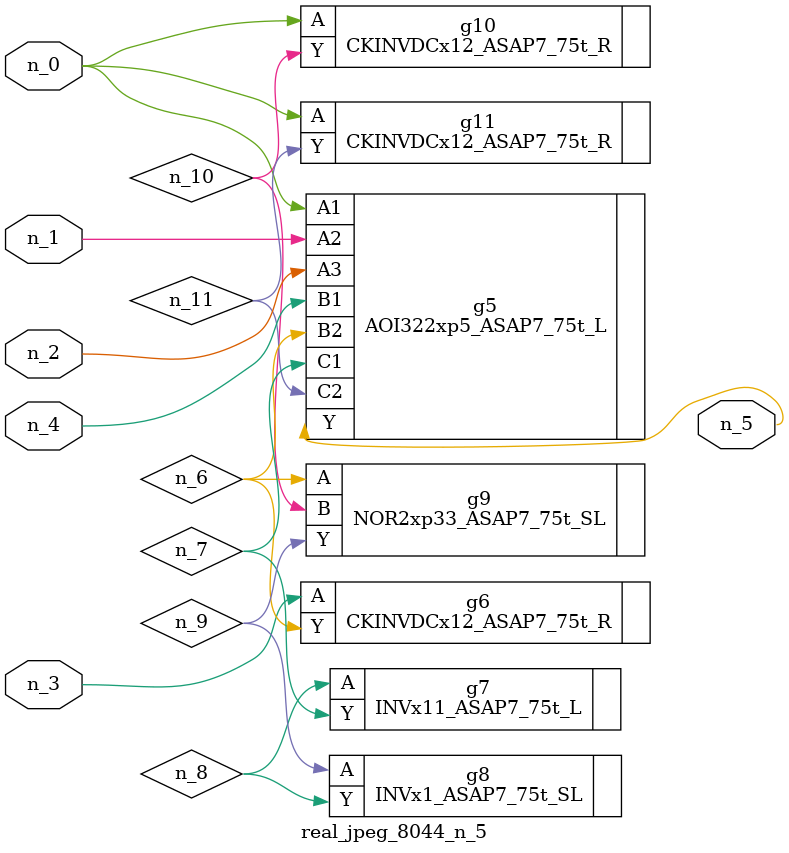
<source format=v>
module real_jpeg_8044_n_5 (n_4, n_0, n_1, n_2, n_3, n_5);

input n_4;
input n_0;
input n_1;
input n_2;
input n_3;

output n_5;

wire n_8;
wire n_11;
wire n_6;
wire n_7;
wire n_10;
wire n_9;

AOI322xp5_ASAP7_75t_L g5 ( 
.A1(n_0),
.A2(n_1),
.A3(n_2),
.B1(n_4),
.B2(n_6),
.C1(n_7),
.C2(n_11),
.Y(n_5)
);

CKINVDCx12_ASAP7_75t_R g10 ( 
.A(n_0),
.Y(n_10)
);

CKINVDCx12_ASAP7_75t_R g11 ( 
.A(n_0),
.Y(n_11)
);

CKINVDCx12_ASAP7_75t_R g6 ( 
.A(n_3),
.Y(n_6)
);

NOR2xp33_ASAP7_75t_SL g9 ( 
.A(n_6),
.B(n_10),
.Y(n_9)
);

INVx11_ASAP7_75t_L g7 ( 
.A(n_8),
.Y(n_7)
);

INVx1_ASAP7_75t_SL g8 ( 
.A(n_9),
.Y(n_8)
);


endmodule
</source>
